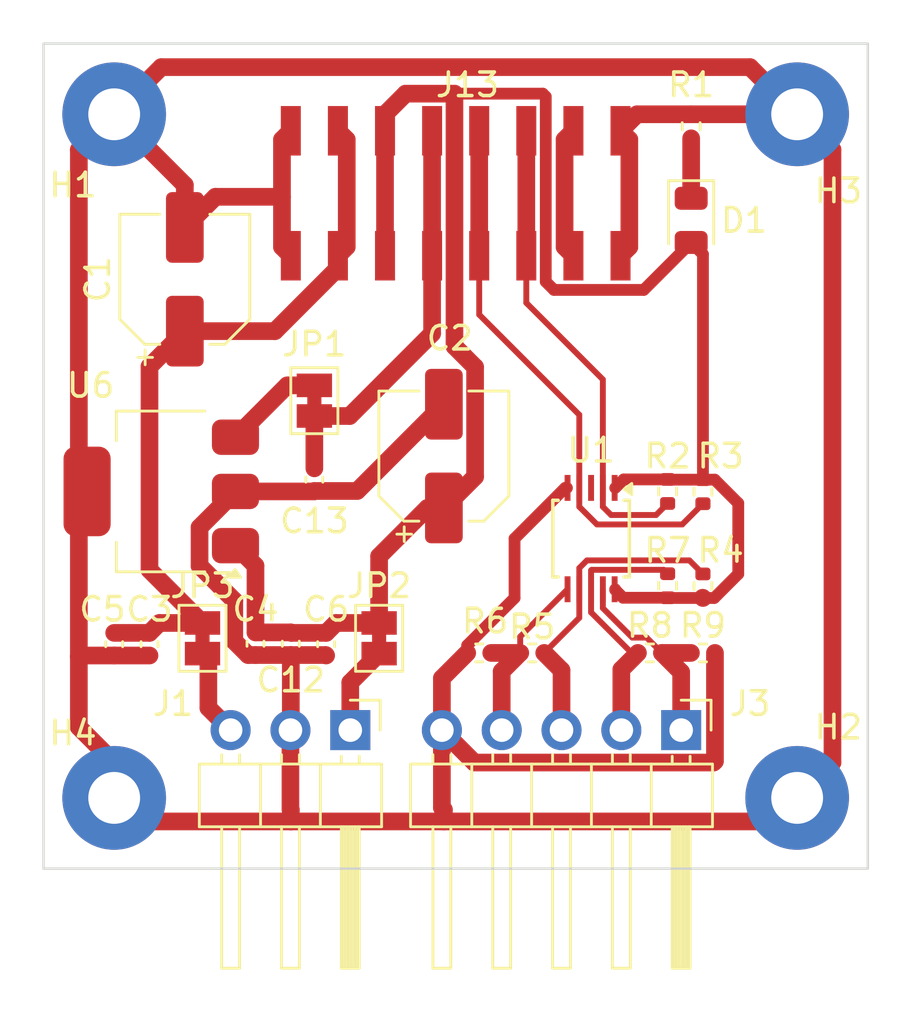
<source format=kicad_pcb>
(kicad_pcb (version 20240108) (generator "pcbnew") (generator_version "8.0")
  (layers (0 "F.Cu" signal) (31 "B.Cu" signal) (34 "B.Paste" user) (35 "F.Paste" user) (36 "B.SilkS" user "B.Silkscreen") (37 "F.SilkS" user "F.Silkscreen") (38 "B.Mask" user) (39 "F.Mask" user) (44 "Edge.Cuts" user))
  (net 0 "")
  (net 1 "GND")
  (net 2 "SDA")
  (net 3 "SCL")
  (net 4 "+3V3")
  (net 5 "+5V")
  (net 6 "Net-(J1-Pin_1)")
  (net 7 "Net-(J1-Pin_3)")
  (net 8 "+12V")
  (net 9 "IO3")
  (net 10 "Net-(D1-K)")
  (net 11 "DSDAM")
  (net 12 "DSCLP")
  (net 13 "DSCLM")
  (net 14 "DSDAP")
  (net 15 "Net-(JP1-A)")
  (footprint "MountingHole:MountingHole_2.2mm_M2_Pad_TopBottom" (layer "F.Cu") (at 132 132)
    (property "Reference" "H2" (at 1.75 -3 0) (layer "F.SilkS"))
    (property "Value" "MountingHole_Pad")
    (pad "1" thru_hole circle (at 0 0) (size 2.6 2.6) (drill 2.2) (layers "*.Cu" "*.Mask") (net 1 "GND"))
    (pad "1" connect circle (at 0 0) (size 4.4 4.4) (layers "F.Cu" "F.Mask") (net 1 "GND"))
    (pad "1" connect circle (at 0 0) (size 4.4 4.4) (layers "B.Cu" "B.Mask") (net 1 "GND"))
  )
  (footprint "Capacitor_SMD:C_0402_1005Metric" (layer "F.Cu") (at 110.5 125.46 -90)
    (property "Reference" "C12" (at 1.54 0 180) (layer "F.SilkS"))
    (property "Value" "4.7µF")
    (fp_line (start -0.107836 0.36) (end 0.107836 0.36) (stroke (width 0.12)) (layer "F.SilkS"))
    (fp_line (start -0.107836 -0.36) (end 0.107836 -0.36) (stroke (width 0.12)) (layer "F.SilkS"))
    (pad "1" smd roundrect (at -0.48 0 270) (size 0.56 0.62) (layers "F.Cu" "F.Paste" "F.Mask") (net 5 "+5V"))
    (pad "2" smd roundrect (at 0.48 0 270) (size 0.56 0.62) (layers "F.Cu" "F.Paste" "F.Mask") (net 1 "GND"))
  )
  (footprint "Package_SO:TSSOP-10_3x3mm_P0.5mm" (layer "F.Cu") (at 123.25 121 -90)
    (property "Reference" "U1" (at -3.75 0 180) (layer "F.SilkS"))
    (property "Value" "PCA9615DP")
    (fp_line (start -1.625 1.625) (end 1.625 1.625) (stroke (width 0.15)) (layer "F.SilkS"))
    (fp_line (start -1.625 1.625) (end -1.625 1.4) (stroke (width 0.15)) (layer "F.SilkS"))
    (fp_line (start 1.625 1.625) (end 1.625 1.4) (stroke (width 0.15)) (layer "F.SilkS"))
    (fp_line (start -1.625 -1.625) (end -1.625 -1.4) (stroke (width 0.15)) (layer "F.SilkS"))
    (fp_line (start -1.625 -1.625) (end 1.625 -1.625) (stroke (width 0.15)) (layer "F.SilkS"))
    (fp_line (start 1.625 -1.625) (end 1.625 -1.4) (stroke (width 0.15)) (layer "F.SilkS"))
    (fp_poly (pts (xy -2.1 -1.4) (xy -2.34 -1.73) (xy -1.86 -1.73) (xy -2.1 -1.4)) (stroke (width 0.12)) (fill solid) (layer "F.SilkS"))
    (pad "1" smd rect (at -2.15 -1 270) (size 1.1 0.25) (layers "F.Cu" "F.Paste" "F.Mask") (net 5 "+5V"))
    (pad "2" smd rect (at -2.15 -0.5 270) (size 1.1 0.25) (layers "F.Cu" "F.Paste" "F.Mask") (net 2 "SDA"))
    (pad "3" smd rect (at -2.15 0 270) (size 1.1 0.25) (layers "F.Cu" "F.Paste" "F.Mask"))
    (pad "4" smd rect (at -2.15 0.5 270) (size 1.1 0.25) (layers "F.Cu" "F.Paste" "F.Mask") (net 3 "SCL"))
    (pad "5" smd rect (at -2.15 1 270) (size 1.1 0.25) (layers "F.Cu" "F.Paste" "F.Mask") (net 1 "GND"))
    (pad "6" smd rect (at 2.15 1 270) (size 1.1 0.25) (layers "F.Cu" "F.Paste" "F.Mask") (net 13 "DSCLM"))
    (pad "7" smd rect (at 2.15 0.5 270) (size 1.1 0.25) (layers "F.Cu" "F.Paste" "F.Mask") (net 12 "DSCLP"))
    (pad "8" smd rect (at 2.15 0 270) (size 1.1 0.25) (layers "F.Cu" "F.Paste" "F.Mask") (net 14 "DSDAP"))
    (pad "9" smd rect (at 2.15 -0.5 270) (size 1.1 0.25) (layers "F.Cu" "F.Paste" "F.Mask") (net 11 "DSDAM"))
    (pad "10" smd rect (at 2.15 -1 270) (size 1.1 0.25) (layers "F.Cu" "F.Paste" "F.Mask") (net 5 "+5V"))
  )
  (footprint "Capacitor_SMD:CP_Elec_5x3" (layer "F.Cu") (at 117 117.5 90)
    (property "Reference" "C2" (at 5 0.25 180) (layer "F.SilkS"))
    (property "Value" "0.1µF")
    (fp_line (start 2.76 -2.76) (end 2.76 -1.06) (stroke (width 0.12)) (layer "F.SilkS"))
    (fp_line (start -1.695563 -2.76) (end 2.76 -2.76) (stroke (width 0.12)) (layer "F.SilkS"))
    (fp_line (start -3.3125 -1.9975) (end -3.3125 -1.3725) (stroke (width 0.12)) (layer "F.SilkS"))
    (fp_line (start -2.76 -1.695563) (end -1.695563 -2.76) (stroke (width 0.12)) (layer "F.SilkS"))
    (fp_line (start -2.76 -1.695563) (end -2.76 -1.06) (stroke (width 0.12)) (layer "F.SilkS"))
    (fp_line (start -3.625 -1.685) (end -3 -1.685) (stroke (width 0.12)) (layer "F.SilkS"))
    (fp_line (start -2.76 1.695563) (end -2.76 1.06) (stroke (width 0.12)) (layer "F.SilkS"))
    (fp_line (start -2.76 1.695563) (end -1.695563 2.76) (stroke (width 0.12)) (layer "F.SilkS"))
    (fp_line (start 2.76 2.76) (end 2.76 1.06) (stroke (width 0.12)) (layer "F.SilkS"))
    (fp_line (start -1.695563 2.76) (end 2.76 2.76) (stroke (width 0.12)) (layer "F.SilkS"))
    (pad "1" smd roundrect (at -2.2 0 90) (size 3 1.6) (layers "F.Cu" "F.Paste" "F.Mask") (roundrect_rratio 0.15625) (net 5 "+5V"))
    (pad "2" smd roundrect (at 2.2 0 90) (size 3 1.6) (layers "F.Cu" "F.Paste" "F.Mask") (roundrect_rratio 0.15625) (net 1 "GND"))
  )
  (footprint "Resistor_SMD:R_0402_1005Metric" (layer "F.Cu") (at 126.5 123 90)
    (property "Reference" "R7" (at 1.5 0 180) (layer "F.SilkS"))
    (property "Value" "600")
    (fp_line (start -0.153641 -0.38) (end 0.153641 -0.38) (stroke (width 0.12)) (layer "F.SilkS"))
    (fp_line (start -0.153641 0.38) (end 0.153641 0.38) (stroke (width 0.12)) (layer "F.SilkS"))
    (pad "1" smd roundrect (at -0.51 0 90) (size 0.54 0.64) (layers "F.Cu" "F.Paste" "F.Mask") (net 5 "+5V"))
    (pad "2" smd roundrect (at 0.51 0 90) (size 0.54 0.64) (layers "F.Cu" "F.Paste" "F.Mask") (net 14 "DSDAP"))
  )
  (footprint "Jumper:SolderJumper-2_P1.3mm_Bridged_Pad1.0x1.5mm" (layer "F.Cu") (at 106.75 125.23 90)
    (property "Reference" "JP3" (at 2.23 0 180) (layer "F.SilkS"))
    (property "Value" "MEASO")
    (fp_poly (pts (xy -0.25 -0.3) (xy 0.25 -0.3) (xy 0.25 0.3) (xy -0.25 0.3)) (fill solid) (layer "F.Cu"))
    (fp_line (start 1.4 -1) (end 1.4 1) (stroke (width 0.12)) (layer "F.SilkS"))
    (fp_line (start -1.4 -1) (end 1.4 -1) (stroke (width 0.12)) (layer "F.SilkS"))
    (fp_line (start 1.4 1) (end -1.4 1) (stroke (width 0.12)) (layer "F.SilkS"))
    (fp_line (start -1.4 1) (end -1.4 -1) (stroke (width 0.12)) (layer "F.SilkS"))
    (pad "1" smd rect (at -0.65 0 90) (size 1 1.5) (layers "F.Cu" "F.Mask") (net 7 "Net-(J1-Pin_3)"))
    (pad "2" smd rect (at 0.65 0 90) (size 1 1.5) (layers "F.Cu" "F.Mask") (net 8 "+12V"))
  )
  (footprint "Resistor_SMD:R_0402_1005Metric" (layer "F.Cu") (at 125.75 125.85)
    (property "Reference" "R8" (at 0 -1.17 0) (layer "F.SilkS"))
    (property "Value" "120")
    (fp_line (start -0.153641 -0.38) (end 0.153641 -0.38) (stroke (width 0.12)) (layer "F.SilkS"))
    (fp_line (start -0.153641 0.38) (end 0.153641 0.38) (stroke (width 0.12)) (layer "F.SilkS"))
    (pad "1" smd roundrect (at -0.51 0) (size 0.54 0.64) (layers "F.Cu" "F.Paste" "F.Mask") (net 14 "DSDAP"))
    (pad "2" smd roundrect (at 0.51 0) (size 0.54 0.64) (layers "F.Cu" "F.Paste" "F.Mask") (net 11 "DSDAM"))
  )
  (footprint "Connector_PinHeader_2.54mm:PinHeader_1x05_P2.54mm_Horizontal" (layer "F.Cu") (at 127.075 129.125 -90)
    (property "Reference" "J3" (at -1.125 -2.925 180) (layer "F.SilkS"))
    (property "Value" "DATA")
    (fp_line (start 1.44 11.49) (end 4.1 11.49) (stroke (width 0.12)) (layer "F.SilkS"))
    (fp_line (start 4.1 11.49) (end 4.1 -1.33) (stroke (width 0.12)) (layer "F.SilkS"))
    (fp_line (start 1.042929 10.54) (end 1.44 10.54) (stroke (width 0.12)) (layer "F.SilkS"))
    (fp_line (start 10.1 10.54) (end 4.1 10.54) (stroke (width 0.12)) (layer "F.SilkS"))
    (fp_line (start 1.042929 9.78) (end 1.44 9.78) (stroke (width 0.12)) (layer "F.SilkS"))
    (fp_line (start 4.1 9.78) (end 10.1 9.78) (stroke (width 0.12)) (layer "F.SilkS"))
    (fp_line (start 10.1 9.78) (end 10.1 10.54) (stroke (width 0.12)) (layer "F.SilkS"))
    (fp_line (start 1.44 8.89) (end 4.1 8.89) (stroke (width 0.12)) (layer "F.SilkS"))
    (fp_line (start 1.042929 8) (end 1.44 8) (stroke (width 0.12)) (layer "F.SilkS"))
    (fp_line (start 10.1 8) (end 4.1 8) (stroke (width 0.12)) (layer "F.SilkS"))
    (fp_line (start 1.042929 7.24) (end 1.44 7.24) (stroke (width 0.12)) (layer "F.SilkS"))
    (fp_line (start 4.1 7.24) (end 10.1 7.24) (stroke (width 0.12)) (layer "F.SilkS"))
    (fp_line (start 10.1 7.24) (end 10.1 8) (stroke (width 0.12)) (layer "F.SilkS"))
    (fp_line (start 1.44 6.35) (end 4.1 6.35) (stroke (width 0.12)) (layer "F.SilkS"))
    (fp_line (start 1.042929 5.46) (end 1.44 5.46) (stroke (width 0.12)) (layer "F.SilkS"))
    (fp_line (start 10.1 5.46) (end 4.1 5.46) (stroke (width 0.12)) (layer "F.SilkS"))
    (fp_line (start 1.042929 4.7) (end 1.44 4.7) (stroke (width 0.12)) (layer "F.SilkS"))
    (fp_line (start 4.1 4.7) (end 10.1 4.7) (stroke (width 0.12)) (layer "F.SilkS"))
    (fp_line (start 10.1 4.7) (end 10.1 5.46) (stroke (width 0.12)) (layer "F.SilkS"))
    (fp_line (start 1.44 3.81) (end 4.1 3.81) (stroke (width 0.12)) (layer "F.SilkS"))
    (fp_line (start 1.042929 2.92) (end 1.44 2.92) (stroke (width 0.12)) (layer "F.SilkS"))
    (fp_line (start 10.1 2.92) (end 4.1 2.92) (stroke (width 0.12)) (layer "F.SilkS"))
    (fp_line (start 1.042929 2.16) (end 1.44 2.16) (stroke (width 0.12)) (layer "F.SilkS"))
    (fp_line (start 4.1 2.16) (end 10.1 2.16) (stroke (width 0.12)) (layer "F.SilkS"))
    (fp_line (start 10.1 2.16) (end 10.1 2.92) (stroke (width 0.12)) (layer "F.SilkS"))
    (fp_line (start 1.44 1.27) (end 4.1 1.27) (stroke (width 0.12)) (layer "F.SilkS"))
    (fp_line (start 1.11 0.38) (end 1.44 0.38) (stroke (width 0.12)) (layer "F.SilkS"))
    (fp_line (start 10.1 0.38) (end 4.1 0.38) (stroke (width 0.12)) (layer "F.SilkS"))
    (fp_line (start 4.1 0.28) (end 10.1 0.28) (stroke (width 0.12)) (layer "F.SilkS"))
    (fp_line (start 4.1 0.16) (end 10.1 0.16) (stroke (width 0.12)) (layer "F.SilkS"))
    (fp_line (start 4.1 0.04) (end 10.1 0.04) (stroke (width 0.12)) (layer "F.SilkS"))
    (fp_line (start -1.27 0) (end -1.27 -1.27) (stroke (width 0.12)) (layer "F.SilkS"))
    (fp_line (start 4.1 -0.08) (end 10.1 -0.08) (stroke (width 0.12)) (layer "F.SilkS"))
    (fp_line (start 4.1 -0.2) (end 10.1 -0.2) (stroke (width 0.12)) (layer "F.SilkS"))
    (fp_line (start 4.1 -0.32) (end 10.1 -0.32) (stroke (width 0.12)) (layer "F.SilkS"))
    (fp_line (start 1.11 -0.38) (end 1.44 -0.38) (stroke (width 0.12)) (layer "F.SilkS"))
    (fp_line (start 4.1 -0.38) (end 10.1 -0.38) (stroke (width 0.12)) (layer "F.SilkS"))
    (fp_line (start 10.1 -0.38) (end 10.1 0.38) (stroke (width 0.12)) (layer "F.SilkS"))
    (fp_line (start -1.27 -1.27) (end 0 -1.27) (stroke (width 0.12)) (layer "F.SilkS"))
    (fp_line (start 1.44 -1.33) (end 1.44 11.49) (stroke (width 0.12)) (layer "F.SilkS"))
    (fp_line (start 4.1 -1.33) (end 1.44 -1.33) (stroke (width 0.12)) (layer "F.SilkS"))
    (pad "1" thru_hole rect (at 0 0 270) (size 1.7 1.7) (drill 1) (layers "*.Cu" "*.Mask") (net 11 "DSDAM"))
    (pad "2" thru_hole oval (at 0 2.54 270) (size 1.7 1.7) (drill 1) (layers "*.Cu" "*.Mask") (net 14 "DSDAP"))
    (pad "3" thru_hole oval (at 0 5.08 270) (size 1.7 1.7) (drill 1) (layers "*.Cu" "*.Mask") (net 12 "DSCLP"))
    (pad "4" thru_hole oval (at 0 7.62 270) (size 1.7 1.7) (drill 1) (layers "*.Cu" "*.Mask") (net 13 "DSCLM"))
    (pad "5" thru_hole oval (at 0 10.16 270) (size 1.7 1.7) (drill 1) (layers "*.Cu" "*.Mask") (net 1 "GND"))
  )
  (footprint "MountingHole:MountingHole_2.2mm_M2_Pad_TopBottom" (layer "F.Cu") (at 103 132)
    (property "Reference" "H4" (at -1.75 -2.75 0) (layer "F.SilkS"))
    (property "Value" "MountingHole_Pad")
    (pad "1" thru_hole circle (at 0 0) (size 2.6 2.6) (drill 2.2) (layers "*.Cu" "*.Mask") (net 1 "GND"))
    (pad "1" connect circle (at 0 0) (size 4.4 4.4) (layers "F.Cu" "F.Mask") (net 1 "GND"))
    (pad "1" connect circle (at 0 0) (size 4.4 4.4) (layers "B.Cu" "B.Mask") (net 1 "GND"))
  )
  (footprint "Capacitor_SMD:C_0402_1005Metric" (layer "F.Cu") (at 104.5 125.48 -90)
    (property "Reference" "C3" (at -1.48 0 180) (layer "F.SilkS"))
    (property "Value" "0.22µF")
    (fp_line (start -0.107836 0.36) (end 0.107836 0.36) (stroke (width 0.12)) (layer "F.SilkS"))
    (fp_line (start -0.107836 -0.36) (end 0.107836 -0.36) (stroke (width 0.12)) (layer "F.SilkS"))
    (pad "1" smd roundrect (at -0.48 0 270) (size 0.56 0.62) (layers "F.Cu" "F.Paste" "F.Mask") (net 8 "+12V"))
    (pad "2" smd roundrect (at 0.48 0 270) (size 0.56 0.62) (layers "F.Cu" "F.Paste" "F.Mask") (net 1 "GND"))
  )
  (footprint "Jumper:SolderJumper-2_P1.3mm_Bridged_Pad1.0x1.5mm" (layer "F.Cu") (at 111.5 115.15 -90)
    (property "Reference" "JP1" (at -2.4 0 0) (layer "F.SilkS"))
    (property "Value" "MEASO")
    (fp_poly (pts (xy -0.25 -0.3) (xy 0.25 -0.3) (xy 0.25 0.3) (xy -0.25 0.3)) (fill solid) (layer "F.Cu"))
    (fp_line (start -1.4 1) (end -1.4 -1) (stroke (width 0.12)) (layer "F.SilkS"))
    (fp_line (start 1.4 1) (end -1.4 1) (stroke (width 0.12)) (layer "F.SilkS"))
    (fp_line (start -1.4 -1) (end 1.4 -1) (stroke (width 0.12)) (layer "F.SilkS"))
    (fp_line (start 1.4 -1) (end 1.4 1) (stroke (width 0.12)) (layer "F.SilkS"))
    (pad "1" smd rect (at -0.65 0 270) (size 1 1.5) (layers "F.Cu" "F.Mask") (net 15 "Net-(JP1-A)"))
    (pad "2" smd rect (at 0.65 0 270) (size 1 1.5) (layers "F.Cu" "F.Mask") (net 4 "+3V3"))
  )
  (footprint "Capacitor_SMD:C_0402_1005Metric" (layer "F.Cu") (at 112 125.48 -90)
    (property "Reference" "C6" (at -1.48 0 180) (layer "F.SilkS"))
    (property "Value" "0.1µF")
    (fp_line (start -0.107836 0.36) (end 0.107836 0.36) (stroke (width 0.12)) (layer "F.SilkS"))
    (fp_line (start -0.107836 -0.36) (end 0.107836 -0.36) (stroke (width 0.12)) (layer "F.SilkS"))
    (pad "1" smd roundrect (at -0.48 0 270) (size 0.56 0.62) (layers "F.Cu" "F.Paste" "F.Mask") (net 5 "+5V"))
    (pad "2" smd roundrect (at 0.48 0 270) (size 0.56 0.62) (layers "F.Cu" "F.Paste" "F.Mask") (net 1 "GND"))
  )
  (footprint "Resistor_SMD:R_0402_1005Metric" (layer "F.Cu") (at 128 119.01 -90)
    (property "Reference" "R3" (at -1.51 -0.75 180) (layer "F.SilkS"))
    (property "Value" "4k7")
    (fp_line (start -0.153641 0.38) (end 0.153641 0.38) (stroke (width 0.12)) (layer "F.SilkS"))
    (fp_line (start -0.153641 -0.38) (end 0.153641 -0.38) (stroke (width 0.12)) (layer "F.SilkS"))
    (pad "1" smd roundrect (at -0.51 0 270) (size 0.54 0.64) (layers "F.Cu" "F.Paste" "F.Mask") (net 5 "+5V"))
    (pad "2" smd roundrect (at 0.51 0 270) (size 0.54 0.64) (layers "F.Cu" "F.Paste" "F.Mask") (net 3 "SCL"))
  )
  (footprint "Connector_PinHeader_2.54mm:PinHeader_1x03_P2.54mm_Horizontal" (layer "F.Cu") (at 113.025 129.125 -90)
    (property "Reference" "J1" (at -1.125 7.525 180) (layer "F.SilkS"))
    (property "Value" "Power")
    (fp_line (start 1.44 6.41) (end 4.1 6.41) (stroke (width 0.12)) (layer "F.SilkS"))
    (fp_line (start 4.1 6.41) (end 4.1 -1.33) (stroke (width 0.12)) (layer "F.SilkS"))
    (fp_line (start 1.042929 5.46) (end 1.44 5.46) (stroke (width 0.12)) (layer "F.SilkS"))
    (fp_line (start 10.1 5.46) (end 4.1 5.46) (stroke (width 0.12)) (layer "F.SilkS"))
    (fp_line (start 1.042929 4.7) (end 1.44 4.7) (stroke (width 0.12)) (layer "F.SilkS"))
    (fp_line (start 4.1 4.7) (end 10.1 4.7) (stroke (width 0.12)) (layer "F.SilkS"))
    (fp_line (start 10.1 4.7) (end 10.1 5.46) (stroke (width 0.12)) (layer "F.SilkS"))
    (fp_line (start 1.44 3.81) (end 4.1 3.81) (stroke (width 0.12)) (layer "F.SilkS"))
    (fp_line (start 1.042929 2.92) (end 1.44 2.92) (stroke (width 0.12)) (layer "F.SilkS"))
    (fp_line (start 10.1 2.92) (end 4.1 2.92) (stroke (width 0.12)) (layer "F.SilkS"))
    (fp_line (start 1.042929 2.16) (end 1.44 2.16) (stroke (width 0.12)) (layer "F.SilkS"))
    (fp_line (start 4.1 2.16) (end 10.1 2.16) (stroke (width 0.12)) (layer "F.SilkS"))
    (fp_line (start 10.1 2.16) (end 10.1 2.92) (stroke (width 0.12)) (layer "F.SilkS"))
    (fp_line (start 1.44 1.27) (end 4.1 1.27) (stroke (width 0.12)) (layer "F.SilkS"))
    (fp_line (start 1.11 0.38) (end 1.44 0.38) (stroke (width 0.12)) (layer "F.SilkS"))
    (fp_line (start 10.1 0.38) (end 4.1 0.38) (stroke (width 0.12)) (layer "F.SilkS"))
    (fp_line (start 4.1 0.28) (end 10.1 0.28) (stroke (width 0.12)) (layer "F.SilkS"))
    (fp_line (start 4.1 0.16) (end 10.1 0.16) (stroke (width 0.12)) (layer "F.SilkS"))
    (fp_line (start 4.1 0.04) (end 10.1 0.04) (stroke (width 0.12)) (layer "F.SilkS"))
    (fp_line (start -1.27 0) (end -1.27 -1.27) (stroke (width 0.12)) (layer "F.SilkS"))
    (fp_line (start 4.1 -0.08) (end 10.1 -0.08) (stroke (width 0.12)) (layer "F.SilkS"))
    (fp_line (start 4.1 -0.2) (end 10.1 -0.2) (stroke (width 0.12)) (layer "F.SilkS"))
    (fp_line (start 4.1 -0.32) (end 10.1 -0.32) (stroke (width 0.12)) (layer "F.SilkS"))
    (fp_line (start 1.11 -0.38) (end 1.44 -0.38) (stroke (width 0.12)) (layer "F.SilkS"))
    (fp_line (start 4.1 -0.38) (end 10.1 -0.38) (stroke (width 0.12)) (layer "F.SilkS"))
    (fp_line (start 10.1 -0.38) (end 10.1 0.38) (stroke (width 0.12)) (layer "F.SilkS"))
    (fp_line (start -1.27 -1.27) (end 0 -1.27) (stroke (width 0.12)) (layer "F.SilkS"))
    (fp_line (start 1.44 -1.33) (end 1.44 6.41) (stroke (width 0.12)) (layer "F.SilkS"))
    (fp_line (start 4.1 -1.33) (end 1.44 -1.33) (stroke (width 0.12)) (layer "F.SilkS"))
    (pad "1" thru_hole rect (at 0 0 270) (size 1.7 1.7) (drill 1) (layers "*.Cu" "*.Mask") (net 6 "Net-(J1-Pin_1)"))
    (pad "2" thru_hole oval (at 0 2.54 270) (size 1.7 1.7) (drill 1) (layers "*.Cu" "*.Mask") (net 1 "GND"))
    (pad "3" thru_hole oval (at 0 5.08 270) (size 1.7 1.7) (drill 1) (layers "*.Cu" "*.Mask") (net 7 "Net-(J1-Pin_3)"))
  )
  (footprint "Resistor_SMD:R_0402_1005Metric" (layer "F.Cu") (at 127.5 103.51 90)
    (property "Reference" "R1" (at 1.76 0 180) (layer "F.SilkS"))
    (property "Value" "1k")
    (fp_line (start -0.153641 -0.38) (end 0.153641 -0.38) (stroke (width 0.12)) (layer "F.SilkS"))
    (fp_line (start -0.153641 0.38) (end 0.153641 0.38) (stroke (width 0.12)) (layer "F.SilkS"))
    (pad "1" smd roundrect (at -0.51 0 90) (size 0.54 0.64) (layers "F.Cu" "F.Paste" "F.Mask") (net 10 "Net-(D1-K)"))
    (pad "2" smd roundrect (at 0.51 0 90) (size 0.54 0.64) (layers "F.Cu" "F.Paste" "F.Mask") (net 1 "GND"))
  )
  (footprint "Capacitor_SMD:CP_Elec_5x3" (layer "F.Cu") (at 106 110 90)
    (property "Reference" "C1" (at 0 -3.7 90) (layer "F.SilkS"))
    (property "Value" "0.1µF")
    (fp_line (start 2.76 -2.76) (end 2.76 -1.06) (stroke (width 0.12)) (layer "F.SilkS"))
    (fp_line (start -1.695563 -2.76) (end 2.76 -2.76) (stroke (width 0.12)) (layer "F.SilkS"))
    (fp_line (start -3.3125 -1.9975) (end -3.3125 -1.3725) (stroke (width 0.12)) (layer "F.SilkS"))
    (fp_line (start -2.76 -1.695563) (end -1.695563 -2.76) (stroke (width 0.12)) (layer "F.SilkS"))
    (fp_line (start -2.76 -1.695563) (end -2.76 -1.06) (stroke (width 0.12)) (layer "F.SilkS"))
    (fp_line (start -3.625 -1.685) (end -3 -1.685) (stroke (width 0.12)) (layer "F.SilkS"))
    (fp_line (start -2.76 1.695563) (end -2.76 1.06) (stroke (width 0.12)) (layer "F.SilkS"))
    (fp_line (start -2.76 1.695563) (end -1.695563 2.76) (stroke (width 0.12)) (layer "F.SilkS"))
    (fp_line (start 2.76 2.76) (end 2.76 1.06) (stroke (width 0.12)) (layer "F.SilkS"))
    (fp_line (start -1.695563 2.76) (end 2.76 2.76) (stroke (width 0.12)) (layer "F.SilkS"))
    (pad "1" smd roundrect (at -2.2 0 90) (size 3 1.6) (layers "F.Cu" "F.Paste" "F.Mask") (roundrect_rratio 0.15625) (net 8 "+12V"))
    (pad "2" smd roundrect (at 2.2 0 90) (size 3 1.6) (layers "F.Cu" "F.Paste" "F.Mask") (roundrect_rratio 0.15625) (net 1 "GND"))
  )
  (footprint "CustomFotLibByJan:BF100-16-A-D-1-0640-L-C" (layer "F.Cu") (at 110.5 109 90)
    (property "Reference" "J13" (at 7.25 7.5 0) (layer "F.SilkS"))
    (property "Value" "Steckverbinder_Male_1")
    (pad "" np_thru_hole circle (at 2.65 1 90) (size 0.5 0.5) (drill 1.5) (layers "F&B.Cu" "*.Mask"))
    (pad "" np_thru_hole circle (at 2.65 13 90) (size 0.5 0.5) (drill 1.5) (layers "F&B.Cu" "*.Mask"))
    (pad "a1" smd rect (at 0 0 90) (size 2.1 0.85) (layers "F.Cu" "F.Paste" "F.Mask") (net 1 "GND"))
    (pad "a2" smd rect (at 0 2 90) (size 2.1 0.85) (layers "F.Cu" "F.Paste" "F.Mask") (net 8 "+12V"))
    (pad "a3" smd rect (at 0 4 90) (size 2.1 0.85) (layers "F.Cu" "F.Paste" "F.Mask") (net 5 "+5V"))
    (pad "a4" smd rect (at 0 6 90) (size 2.1 0.85) (layers "F.Cu" "F.Paste" "F.Mask") (net 4 "+3V3"))
    (pad "a5" smd rect (at 0 8 90) (size 2.1 0.85) (layers "F.Cu" "F.Paste" "F.Mask") (net 3 "SCL"))
    (pad "a6" smd rect (at 0 10 90) (size 2.1 0.85) (layers "F.Cu" "F.Paste" "F.Mask") (net 2 "SDA"))
    (pad "a7" smd rect (at 0 12 90) (size 2.1 0.85) (layers "F.Cu" "F.Paste" "F.Mask") (net 9 "IO3"))
    (pad "a8" smd rect (at 0 14 90) (size 2.1 0.85) (layers "F.Cu" "F.Paste" "F.Mask") (net 1 "GND"))
    (pad "b1" smd rect (at 5.3 0 90) (size 2.1 0.85) (layers "F.Cu" "F.Paste" "F.Mask") (net 1 "GND"))
    (pad "b2" smd rect (at 5.3 2 90) (size 2.1 0.85) (layers "F.Cu" "F.Paste" "F.Mask") (net 8 "+12V"))
    (pad "b3" smd rect (at 5.3 4 90) (size 2.1 0.85) (layers "F.Cu" "F.Paste" "F.Mask") (net 5 "+5V"))
    (pad "b4" smd rect (at 5.3 6 90) (size 2.1 0.85) (layers "F.Cu" "F.Paste" "F.Mask") (net 4 "+3V3"))
    (pad "b5" smd rect (at 5.3 8 90) (size 2.1 0.85) (layers "F.Cu" "F.Paste" "F.Mask") (net 3 "SCL"))
    (pad "b6" smd rect (at 5.3 10 90) (size 2.1 0.85) (layers "F.Cu" "F.Paste" "F.Mask") (net 2 "SDA"))
    (pad "b7" smd rect (at 5.3 12 90) (size 2.1 0.85) (layers "F.Cu" "F.Paste" "F.Mask") (net 9 "IO3"))
    (pad "b8" smd rect (at 5.3 14 90) (size 2.1 0.85) (layers "F.Cu" "F.Paste" "F.Mask") (net 1 "GND"))
  )
  (footprint "Capacitor_SMD:C_0402_1005Metric" (layer "F.Cu") (at 111.5 118.5 -90)
    (property "Reference" "C13" (at 1.75 0 180) (layer "F.SilkS"))
    (property "Value" "4.7µF")
    (fp_line (start -0.107836 0.36) (end 0.107836 0.36) (stroke (width 0.12)) (layer "F.SilkS"))
    (fp_line (start -0.107836 -0.36) (end 0.107836 -0.36) (stroke (width 0.12)) (layer "F.SilkS"))
    (pad "1" smd roundrect (at -0.48 0 270) (size 0.56 0.62) (layers "F.Cu" "F.Paste" "F.Mask") (net 4 "+3V3"))
    (pad "2" smd roundrect (at 0.48 0 270) (size 0.56 0.62) (layers "F.Cu" "F.Paste" "F.Mask") (net 1 "GND"))
  )
  (footprint "Resistor_SMD:R_0402_1005Metric" (layer "F.Cu") (at 126.5 119 -90)
    (property "Reference" "R2" (at -1.5 0 180) (layer "F.SilkS"))
    (property "Value" "4k7")
    (fp_line (start -0.153641 0.38) (end 0.153641 0.38) (stroke (width 0.12)) (layer "F.SilkS"))
    (fp_line (start -0.153641 -0.38) (end 0.153641 -0.38) (stroke (width 0.12)) (layer "F.SilkS"))
    (pad "1" smd roundrect (at -0.51 0 270) (size 0.54 0.64) (layers "F.Cu" "F.Paste" "F.Mask") (net 5 "+5V"))
    (pad "2" smd roundrect (at 0.51 0 270) (size 0.54 0.64) (layers "F.Cu" "F.Paste" "F.Mask") (net 2 "SDA"))
  )
  (footprint "Capacitor_SMD:C_0402_1005Metric" (layer "F.Cu") (at 103 125.48 -90)
    (property "Reference" "C5" (at -1.48 0.5 180) (layer "F.SilkS"))
    (property "Value" "0.1µF")
    (fp_line (start -0.107836 0.36) (end 0.107836 0.36) (stroke (width 0.12)) (layer "F.SilkS"))
    (fp_line (start -0.107836 -0.36) (end 0.107836 -0.36) (stroke (width 0.12)) (layer "F.SilkS"))
    (pad "1" smd roundrect (at -0.48 0 270) (size 0.56 0.62) (layers "F.Cu" "F.Paste" "F.Mask") (net 8 "+12V"))
    (pad "2" smd roundrect (at 0.48 0 270) (size 0.56 0.62) (layers "F.Cu" "F.Paste" "F.Mask") (net 1 "GND"))
  )
  (footprint "MountingHole:MountingHole_2.2mm_M2_Pad_TopBottom" (layer "F.Cu") (at 103 103)
    (property "Reference" "H1" (at -1.75 3 0) (layer "F.SilkS"))
    (property "Value" "MountingHole_Pad")
    (pad "1" thru_hole circle (at 0 0) (size 2.6 2.6) (drill 2.2) (layers "*.Cu" "*.Mask") (net 1 "GND"))
    (pad "1" connect circle (at 0 0) (size 4.4 4.4) (layers "F.Cu" "F.Mask") (net 1 "GND"))
    (pad "1" connect circle (at 0 0) (size 4.4 4.4) (layers "B.Cu" "B.Mask") (net 1 "GND"))
  )
  (footprint "Resistor_SMD:R_0402_1005Metric" (layer "F.Cu") (at 118.5 125.85 180)
    (property "Reference" "R6" (at -0.25 1.35 0) (layer "F.SilkS"))
    (property "Value" "600")
    (fp_line (start -0.153641 0.38) (end 0.153641 0.38) (stroke (width 0.12)) (layer "F.SilkS"))
    (fp_line (start -0.153641 -0.38) (end 0.153641 -0.38) (stroke (width 0.12)) (layer "F.SilkS"))
    (pad "1" smd roundrect (at -0.51 0 180) (size 0.54 0.64) (layers "F.Cu" "F.Paste" "F.Mask") (net 13 "DSCLM"))
    (pad "2" smd roundrect (at 0.51 0 180) (size 0.54 0.64) (layers "F.Cu" "F.Paste" "F.Mask") (net 1 "GND"))
  )
  (footprint "Package_TO_SOT_SMD:SOT-223-3_TabPin2" (layer "F.Cu") (at 105 119 180)
    (property "Reference" "U6" (at 3 4.5 180) (layer "F.SilkS"))
    (property "Value" "AP7361C-33E")
    (fp_line (start 1.91 3.41) (end 1.91 2.15) (stroke (width 0.12)) (layer "F.SilkS"))
    (fp_line (start 1.91 -3.41) (end 1.91 -2.15) (stroke (width 0.12)) (layer "F.SilkS"))
    (fp_line (start -1.85 3.41) (end 1.91 3.41) (stroke (width 0.12)) (layer "F.SilkS"))
    (fp_line (start -1.85 -3.41) (end 1.91 -3.41) (stroke (width 0.12)) (layer "F.SilkS"))
    (fp_poly (pts (xy -3.13 -3.31) (xy -3.37 -3.64) (xy -2.89 -3.64) (xy -3.13 -3.31)) (stroke (width 0.12)) (fill solid) (layer "F.SilkS"))
    (pad "1" smd roundrect (at -3.15 -2.3 180) (size 2 1.5) (layers "F.Cu" "F.Paste" "F.Mask") (net 5 "+5V"))
    (pad "2" smd roundrect (at -3.15 0 180) (size 2 1.5) (layers "F.Cu" "F.Paste" "F.Mask") (net 1 "GND"))
    (pad "2" smd roundrect (at 3.15 0 180) (size 2 3.8) (layers "F.Cu" "F.Paste" "F.Mask") (net 1 "GND"))
    (pad "3" smd roundrect (at -3.15 2.3 180) (size 2 1.5) (layers "F.Cu" "F.Paste" "F.Mask") (net 15 "Net-(JP1-A)"))
  )
  (footprint "Resistor_SMD:R_0402_1005Metric" (layer "F.Cu") (at 128 123.01 90)
    (property "Reference" "R4" (at 1.51 0.75 180) (layer "F.SilkS"))
    (property "Value" "600")
    (fp_line (start -0.153641 -0.38) (end 0.153641 -0.38) (stroke (width 0.12)) (layer "F.SilkS"))
    (fp_line (start -0.153641 0.38) (end 0.153641 0.38) (stroke (width 0.12)) (layer "F.SilkS"))
    (pad "1" smd roundrect (at -0.51 0 90) (size 0.54 0.64) (layers "F.Cu" "F.Paste" "F.Mask") (net 5 "+5V"))
    (pad "2" smd roundrect (at 0.51 0 90) (size 0.54 0.64) (layers "F.Cu" "F.Paste" "F.Mask") (net 12 "DSCLP"))
  )
  (footprint "Jumper:SolderJumper-2_P1.3mm_Bridged_Pad1.0x1.5mm" (layer "F.Cu") (at 114.25 125.23 90)
    (property "Reference" "JP2" (at 2.23 0 180) (layer "F.SilkS"))
    (property "Value" "MEASO")
    (fp_poly (pts (xy -0.25 -0.3) (xy 0.25 -0.3) (xy 0.25 0.3) (xy -0.25 0.3)) (fill solid) (layer "F.Cu"))
    (fp_line (start 1.4 -1) (end 1.4 1) (stroke (width 0.12)) (layer "F.SilkS"))
    (fp_line (start -1.4 -1) (end 1.4 -1) (stroke (width 0.12)) (layer "F.SilkS"))
    (fp_line (start 1.4 1) (end -1.4 1) (stroke (width 0.12)) (layer "F.SilkS"))
    (fp_line (start -1.4 1) (end -1.4 -1) (stroke (width 0.12)) (layer "F.SilkS"))
    (pad "1" smd rect (at -0.65 0 90) (size 1 1.5) (layers "F.Cu" "F.Mask") (net 6 "Net-(J1-Pin_1)"))
    (pad "2" smd rect (at 0.65 0 90) (size 1 1.5) (layers "F.Cu" "F.Mask") (net 5 "+5V"))
  )
  (footprint "MountingHole:MountingHole_2.2mm_M2_Pad_TopBottom" (layer "F.Cu") (at 132 103)
    (property "Reference" "H3" (at 1.75 3.25 0) (layer "F.SilkS"))
    (property "Value" "MountingHole_Pad")
    (pad "1" thru_hole circle (at 0 0) (size 2.6 2.6) (drill 2.2) (layers "*.Cu" "*.Mask") (net 1 "GND"))
    (pad "1" connect circle (at 0 0) (size 4.4 4.4) (layers "F.Cu" "F.Mask") (net 1 "GND"))
    (pad "1" connect circle (at 0 0) (size 4.4 4.4) (layers "B.Cu" "B.Mask") (net 1 "GND"))
  )
  (footprint "LED_SMD:LED_0805_2012Metric" (layer "F.Cu") (at 127.5 107.5 -90)
    (property "Reference" "D1" (at 0 -2.25 180) (layer "F.SilkS"))
    (property "Value" "GREEN")
    (fp_line (start -1.685 0.96) (end 1 0.96) (stroke (width 0.12)) (layer "F.SilkS"))
    (fp_line (start -1.685 -0.96) (end -1.685 0.96) (stroke (width 0.12)) (layer "F.SilkS"))
    (fp_line (start 1 -0.96) (end -1.685 -0.96) (stroke (width 0.12)) (layer "F.SilkS"))
    (pad "1" smd roundrect (at -0.9375 0 270) (size 0.975 1.4) (layers "F.Cu" "F.Paste" "F.Mask") (net 10 "Net-(D1-K)"))
    (pad "2" smd roundrect (at 0.9375 0 270) (size 0.975 1.4) (layers "F.Cu" "F.Paste" "F.Mask") (net 5 "+5V"))
  )
  (footprint "Capacitor_SMD:C_0402_1005Metric" (layer "F.Cu") (at 109 125.46 -90)
    (property "Reference" "C4" (at -1.46 0 180) (layer "F.SilkS"))
    (property "Value" "0.22µF")
    (fp_line (start -0.107836 0.36) (end 0.107836 0.36) (stroke (width 0.12)) (layer "F.SilkS"))
    (fp_line (start -0.107836 -0.36) (end 0.107836 -0.36) (stroke (width 0.12)) (layer "F.SilkS"))
    (pad "1" smd roundrect (at -0.48 0 270) (size 0.56 0.62) (layers "F.Cu" "F.Paste" "F.Mask") (net 5 "+5V"))
    (pad "2" smd roundrect (at 0.48 0 270) (size 0.56 0.62) (layers "F.Cu" "F.Paste" "F.Mask") (net 1 "GND"))
  )
  (footprint "Resistor_SMD:R_0402_1005Metric" (layer "F.Cu") (at 120.75 125.85 180)
    (property "Reference" "R5" (at 0 1.1 0) (layer "F.SilkS"))
    (property "Value" "120")
    (fp_line (start -0.153641 0.38) (end 0.153641 0.38) (stroke (width 0.12)) (layer "F.SilkS"))
    (fp_line (start -0.153641 -0.38) (end 0.153641 -0.38) (stroke (width 0.12)) (layer "F.SilkS"))
    (pad "1" smd roundrect (at -0.51 0 180) (size 0.54 0.64) (layers "F.Cu" "F.Paste" "F.Mask") (net 12 "DSCLP"))
    (pad "2" smd roundrect (at 0.51 0 180) (size 0.54 0.64) (layers "F.Cu" "F.Paste" "F.Mask") (net 13 "DSCLM"))
  )
  (footprint "Resistor_SMD:R_0402_1005Metric" (layer "F.Cu") (at 128 125.85)
    (property "Reference" "R9" (at 0 -1.17 0) (layer "F.SilkS"))
    (property "Value" "600")
    (fp_line (start -0.153641 -0.38) (end 0.153641 -0.38) (stroke (width 0.12)) (layer "F.SilkS"))
    (fp_line (start -0.153641 0.38) (end 0.153641 0.38) (stroke (width 0.12)) (layer "F.SilkS"))
    (pad "1" smd roundrect (at -0.51 0) (size 0.54 0.64) (layers "F.Cu" "F.Paste" "F.Mask") (net 11 "DSDAM"))
    (pad "2" smd roundrect (at 0.51 0) (size 0.54 0.64) (layers "F.Cu" "F.Paste" "F.Mask") (net 1 "GND"))
  )
  (gr_rect (start 100 100) (end 135 135) (stroke (width 0.1)) (fill none) (layer "Edge.Cuts"))
  (segment (start 110.485 132.485) (end 110.485 129.125) (width 0.75) (layer "F.Cu") (net 1))
  (segment (start 124.5 109) (end 124.875 108.625) (width 0.75) (layer "F.Cu") (net 1))
  (segment (start 122.15 118.85) (end 122.225 118.85) (width 0.5) (layer "F.Cu") (net 1))
  (segment (start 116.915 129.125) (end 118.29 130.5) (width 0.75) (layer "F.Cu") (net 1))
  (segment (start 106 107.8) (end 106 106) (width 0.75) (layer "F.Cu") (net 1))
  (segment (start 106.625 120.525) (end 106.625 122.155) (width 0.75) (layer "F.Cu") (net 1))
  (segment (start 132 103) (end 133.5 104.5) (width 0.75) (layer "F.Cu") (net 1))
  (segment (start 117 132.5) (end 116.915 132.415) (width 0.75) (layer "F.Cu") (net 1))
  (segment (start 110.5 109) (end 110.125 108.625) (width 0.75) (layer "F.Cu") (net 1))
  (segment (start 110.5 133) (end 104 133) (width 0.75) (layer "F.Cu") (net 1))
  (segment (start 103 132) (end 103 130.5) (width 0.75) (layer "F.Cu") (net 1))
  (segment (start 110 128.64) (end 110.485 129.125) (width 0.25) (layer "F.Cu") (net 1))
  (segment (start 117.99 125.85) (end 117.99 125.530001) (width 0.5) (layer "F.Cu") (net 1))
  (segment (start 113.32 118.98) (end 111.5 118.98) (width 0.75) (layer "F.Cu") (net 1))
  (segment (start 116.915 126.925) (end 117.99 125.85) (width 0.75) (layer "F.Cu") (net 1))
  (segment (start 106 106) (end 103 103) (width 0.75) (layer "F.Cu") (net 1))
  (segment (start 127.5 103) (end 125.2 103) (width 0.75) (layer "F.Cu") (net 1))
  (segment (start 101.5 126) (end 101.5 104.5) (width 0.75) (layer "F.Cu") (net 1))
  (segment (start 108.1 125.352792) (end 108.687208 125.94) (width 0.75) (layer "F.Cu") (net 1))
  (segment (start 117.99 125.530001) (end 120 123.520001) (width 0.5) (layer "F.Cu") (net 1))
  (segment (start 108.687208 125.94) (end 109 125.94) (width 0.75) (layer "F.Cu") (net 1))
  (segment (start 107.3 106.5) (end 110.125 106.5) (width 0.75) (layer "F.Cu") (net 1))
  (segment (start 133.5 104.5) (end 133.5 130.5) (width 0.75) (layer "F.Cu") (net 1))
  (segment (start 101.5 129) (end 101.5 126) (width 0.75) (layer "F.Cu") (net 1))
  (segment (start 120 121) (end 122.15 118.85) (width 0.5) (layer "F.Cu") (net 1))
  (segment (start 133.5 130.5) (end 132 132) (width 0.75) (layer "F.Cu") (net 1))
  (segment (start 116.915 129.125) (end 116.915 126.925) (width 0.75) (layer "F.Cu") (net 1))
  (segment (start 108.15 119) (end 111.48 119) (width 0.75) (layer "F.Cu") (net 1))
  (segment (start 110.125 106.5) (end 110.125 104.075) (width 0.75) (layer "F.Cu") (net 1))
  (segment (start 131 133) (end 117 133) (width 0.75) (layer "F.Cu") (net 1))
  (segment (start 128.51 130.44) (end 128.51 125.85) (width 0.75) (layer "F.Cu") (net 1))
  (segment (start 110.125 104.075) (end 110.5 103.7) (width 0.75) (layer "F.Cu") (net 1))
  (segment (start 111.48 119) (end 111.5 118.98) (width 0.75) (layer "F.Cu") (net 1))
  (segment (start 104.5 125.96) (end 103 125.96) (width 0.75) (layer "F.Cu") (net 1))
  (segment (start 124.875 104.075) (end 124.5 103.7) (width 0.75) (layer "F.Cu") (net 1))
  (segment (start 103 103) (end 105 101) (width 0.75) (layer "F.Cu") (net 1))
  (segment (start 130 101) (end 132 103) (width 0.75) (layer "F.Cu") (net 1))
  (segment (start 108.1 123.63) (end 108.1 125.352792) (width 0.75) (layer "F.Cu") (net 1))
  (segment (start 127.5 103) (end 132 103) (width 0.75) (layer "F.Cu") (net 1))
  (segment (start 108.15 119) (end 106.625 120.525) (width 0.75) (layer "F.Cu") (net 1))
  (segment (start 103 125.96) (end 101.54 125.96) (width 0.75) (layer "F.Cu") (net 1))
  (segment (start 110.5 132.5) (end 110.485 132.485) (width 0.75) (layer "F.Cu") (net 1))
  (segment (start 109 125.94) (end 110.5 125.94) (width 0.75) (layer "F.Cu") (net 1))
  (segment (start 105 101) (end 130 101) (width 0.75) (layer "F.Cu") (net 1))
  (segment (start 110.125 108.625) (end 110.125 106.5) (width 0.75) (layer "F.Cu") (net 1))
  (segment (start 118.29 130.5) (end 128.45 130.5) (width 0.75) (layer "F.Cu") (net 1))
  (segment (start 110.5 133) (end 110.5 132.5) (width 0.75) (layer "F.Cu") (net 1))
  (segment (start 132 132) (end 131 133) (width 0.75) (layer "F.Cu") (net 1))
  (segment (start 110.5 125.94) (end 111.98 125.94) (width 0.75) (layer "F.Cu") (net 1))
  (segment (start 101.5 104.5) (end 103 103) (width 0.75) (layer "F.Cu") (net 1))
  (segment (start 117 133) (end 117 132.5) (width 0.75) (layer "F.Cu") (net 1))
  (segment (start 104 133) (end 103 132) (width 0.75) (layer "F.Cu") (net 1))
  (segment (start 120 123.520001) (end 120 121) (width 0.5) (layer "F.Cu") (net 1))
  (segment (start 106.625 122.155) (end 108.1 123.63) (width 0.75) (layer "F.Cu") (net 1))
  (segment (start 110.5 129.11) (end 110.485 129.125) (width 0.75) (layer "F.Cu") (net 1))
  (segment (start 116.915 132.415) (end 116.915 129.125) (width 0.75) (layer "F.Cu") (net 1))
  (segment (start 111.98 125.94) (end 112 125.96) (width 0.75) (layer "F.Cu") (net 1))
  (segment (start 101.54 125.96) (end 101.5 126) (width 0.75) (layer "F.Cu") (net 1))
  (segment (start 124.875 108.625) (end 124.875 104.075) (width 0.75) (layer "F.Cu") (net 1))
  (segment (start 128.45 130.5) (end 128.51 130.44) (width 0.75) (layer "F.Cu") (net 1))
  (segment (start 125.2 103) (end 124.5 103.7) (width 0.75) (layer "F.Cu") (net 1))
  (segment (start 110.5 125.94) (end 110.5 129.11) (width 0.75) (layer "F.Cu") (net 1))
  (segment (start 117 115.3) (end 113.32 118.98) (width 0.75) (layer "F.Cu") (net 1))
  (segment (start 117 133) (end 110.5 133) (width 0.75) (layer "F.Cu") (net 1))
  (segment (start 103 130.5) (end 101.5 129) (width 0.75) (layer "F.Cu") (net 1))
  (segment (start 106 107.8) (end 107.3 106.5) (width 0.75) (layer "F.Cu") (net 1))
  (segment (start 124.1 120) (end 126.01 120) (width 0.25) (layer "F.Cu") (net 2))
  (segment (start 120.5 109) (end 120.5 103.7) (width 0.75) (layer "F.Cu") (net 2))
  (segment (start 123.75 118.85) (end 123.75 119.65) (width 0.25) (layer "F.Cu") (net 2))
  (segment (start 123.75 118.85) (end 123.75 114.25) (width 0.25) (layer "F.Cu") (net 2))
  (segment (start 123.75 114.25) (end 120.5 111) (width 0.25) (layer "F.Cu") (net 2))
  (segment (start 126.01 120) (end 126.5 119.51) (width 0.25) (layer "F.Cu") (net 2))
  (segment (start 120.5 111) (end 120.5 109) (width 0.25) (layer "F.Cu") (net 2))
  (segment (start 123.75 119.65) (end 124.1 120) (width 0.25) (layer "F.Cu") (net 2))
  (segment (start 123.5 120.4) (end 127.12 120.4) (width 0.25) (layer "F.Cu") (net 3))
  (segment (start 118.5 111.5) (end 118.5 109) (width 0.25) (layer "F.Cu") (net 3))
  (segment (start 122.75 115.75) (end 118.5 111.5) (width 0.25) (layer "F.Cu") (net 3))
  (segment (start 118.5 109) (end 118.5 103.7) (width 0.75) (layer "F.Cu") (net 3))
  (segment (start 122.75 119.65) (end 123.5 120.4) (width 0.25) (layer "F.Cu") (net 3))
  (segment (start 127.12 120.4) (end 128 119.52) (width 0.25) (layer "F.Cu") (net 3))
  (segment (start 122.75 118.85) (end 122.75 119.65) (width 0.25) (layer "F.Cu") (net 3))
  (segment (start 122.75 118.85) (end 122.75 115.75) (width 0.25) (layer "F.Cu") (net 3))
  (segment (start 111.5 115.8) (end 113 115.8) (width 0.75) (layer "F.Cu") (net 4))
  (segment (start 113 115.8) (end 116.5 112.3) (width 0.75) (layer "F.Cu") (net 4))
  (segment (start 116.5 112.3) (end 116.5 109) (width 0.75) (layer "F.Cu") (net 4))
  (segment (start 116.5 109) (end 116.5 103.7) (width 0.75) (layer "F.Cu") (net 4))
  (segment (start 111.5 118.02) (end 111.5 115.8) (width 0.75) (layer "F.Cu") (net 4))
  (segment (start 117 119.7) (end 116.3 119.7) (width 0.75) (layer "F.Cu") (net 5))
  (segment (start 121.675 110.45) (end 121.325 110.1) (width 0.5) (layer "F.Cu") (net 5))
  (segment (start 118.325 113.722056) (end 117.45 112.847056) (width 0.75) (layer "F.Cu") (net 5))
  (segment (start 127.5 108.4375) (end 125.4875 110.45) (width 0.5) (layer "F.Cu") (net 5))
  (segment (start 115.375 102.125) (end 114.5 103) (width 0.75) (layer "F.Cu") (net 5))
  (segment (start 114.25 124.58) (end 112.42 124.58) (width 0.75) (layer "F.Cu") (net 5))
  (segment (start 126.5 123.51) (end 124.61 123.51) (width 0.5) (layer "F.Cu") (net 5))
  (segment (start 128 108.9375) (end 128 118.5) (width 0.5) (layer "F.Cu") (net 5))
  (segment (start 109 124.98) (end 109 122.15) (width 0.75) (layer "F.Cu") (net 5))
  (segment (start 128.48 123.52) (end 128 123.52) (width 0.5) (layer "F.Cu") (net 5))
  (segment (start 128.5 118.5) (end 129.5 119.5) (width 0.5) (layer "F.Cu") (net 5))
  (segment (start 121.325 110.1) (end 121.325 102.25) (width 0.5) (layer "F.Cu") (net 5))
  (segment (start 117 119.7) (end 118.325 118.375) (width 0.75) (layer "F.Cu") (net 5))
  (segment (start 114.25 121.75) (end 114.25 124.58) (width 0.75) (layer "F.Cu") (net 5))
  (segment (start 126.51 123.52) (end 126.5 123.51) (width 0.5) (layer "F.Cu") (net 5))
  (segment (start 116.3 119.7) (end 114.25 121.75) (width 0.75) (layer "F.Cu") (net 5))
  (segment (start 129.5 122.5) (end 128.48 123.52) (width 0.5) (layer "F.Cu") (net 5))
  (segment (start 118.325 118.375) (end 118.325 113.722056) (width 0.75) (layer "F.Cu") (net 5))
  (segment (start 127.99 123.51) (end 128 123.52) (width 0.75) (layer "F.Cu") (net 5))
  (segment (start 114.5 109) (end 114.5 103.7) (width 0.75) (layer "F.Cu") (net 5))
  (segment (start 109 122.15) (end 108.15 121.3) (width 0.75) (layer "F.Cu") (net 5))
  (segment (start 127.5 108.4375) (end 128 108.9375) (width 0.5) (layer "F.Cu") (net 5))
  (segment (start 125.4875 110.45) (end 121.675 110.45) (width 0.5) (layer "F.Cu") (net 5))
  (segment (start 117.45 112.847056) (end 117.45 102.125) (width 0.75) (layer "F.Cu") (net 5))
  (segment (start 110.52 125) (end 110.5 124.98) (width 0.75) (layer "F.Cu") (net 5))
  (segment (start 128 118.5) (end 126.51 118.5) (width 0.5) (layer "F.Cu") (net 5))
  (segment (start 124.275 123.175) (end 124.275 123.15) (width 0.5) (layer "F.Cu") (net 5))
  (segment (start 129.5 119.5) (end 129.5 122.5) (width 0.5) (layer "F.Cu") (net 5))
  (segment (start 124.635 118.49) (end 124.275 118.85) (width 0.5) (layer "F.Cu") (net 5))
  (segment (start 112 125) (end 110.52 125) (width 0.75) (layer "F.Cu") (net 5))
  (segment (start 124.61 123.51) (end 124.275 123.175) (width 0.5) (layer "F.Cu") (net 5))
  (segment (start 126.51 118.5) (end 126.5 118.49) (width 0.5) (layer "F.Cu") (net 5))
  (segment (start 126.5 118.49) (end 124.635 118.49) (width 0.5) (layer "F.Cu") (net 5))
  (segment (start 114.5 103) (end 114.5 103.7) (width 0.75) (layer "F.Cu") (net 5))
  (segment (start 128 123.52) (end 126.51 123.52) (width 0.5) (layer "F.Cu") (net 5))
  (segment (start 121.2 102.125) (end 117.45 102.125) (width 0.5) (layer "F.Cu") (net 5))
  (segment (start 112.42 124.58) (end 112 125) (width 0.75) (layer "F.Cu") (net 5))
  (segment (start 121.325 102.25) (end 121.2 102.125) (width 0.5) (layer "F.Cu") (net 5))
  (segment (start 117.45 102.125) (end 115.375 102.125) (width 0.75) (layer "F.Cu") (net 5))
  (segment (start 128 118.5) (end 128.5 118.5) (width 0.5) (layer "F.Cu") (net 5))
  (segment (start 110.5 124.98) (end 109 124.98) (width 0.75) (layer "F.Cu") (net 5))
  (segment (start 113.025 129.125) (end 113.025 127.105) (width 0.75) (layer "F.Cu") (net 6))
  (segment (start 113.025 127.105) (end 114.25 125.88) (width 0.75) (layer "F.Cu") (net 6))
  (segment (start 107.945 129.125) (end 107 128.18) (width 0.75) (layer "F.Cu") (net 7))
  (segment (start 107 128.18) (end 107 126.13) (width 0.75) (layer "F.Cu") (net 7))
  (segment (start 107 126.13) (end 106.75 125.88) (width 0.75) (layer "F.Cu") (net 7))
  (segment (start 112.5 109.525) (end 112.5 109) (width 0.75) (layer "F.Cu") (net 8))
  (segment (start 106.75 124.58) (end 104.5 122.33) (width 0.75) (layer "F.Cu") (net 8))
  (segment (start 104.5 113.7) (end 106 112.2) (width 0.75) (layer "F.Cu") (net 8))
  (segment (start 106.75 124.58) (end 104.92 124.58) (width 0.75) (layer "F.Cu") (net 8))
  (segment (start 104.92 124.58) (end 104.5 125) (width 0.75) (layer "F.Cu") (net 8))
  (segment (start 112.5 109) (end 112.875 108.625) (width 0.75) (layer "F.Cu") (net 8))
  (segment (start 104.5 122.33) (end 104.5 113.7) (width 0.75) (layer "F.Cu") (net 8))
  (segment (start 106 112.2) (end 109.825 112.2) (width 0.75) (layer "F.Cu") (net 8))
  (segment (start 109.825 112.2) (end 112.5 109.525) (width 0.75) (layer "F.Cu") (net 8))
  (segment (start 104.5 125) (end 103 125) (width 0.75) (layer "F.Cu") (net 8))
  (segment (start 112.875 108.625) (end 112.875 104.075) (width 0.75) (layer "F.Cu") (net 8))
  (segment (start 112.875 104.075) (end 112.5 103.7) (width 0.75) (layer "F.Cu") (net 8))
  (segment (start 122.125 104.075) (end 122.5 103.7) (width 0.75) (layer "F.Cu") (net 9))
  (segment (start 122.5 109) (end 122.125 108.625) (width 0.75) (layer "F.Cu") (net 9))
  (segment (start 122.125 108.625) (end 122.125 104.075) (width 0.75) (layer "F.Cu") (net 9))
  (segment (start 127.5 106.5625) (end 127.5 104.02) (width 0.75) (layer "F.Cu") (net 10))
  (segment (start 127.075 129.125) (end 127.075 126.665) (width 0.75) (layer "F.Cu") (net 11))
  (segment (start 127.075 126.665) (end 126.26 125.85) (width 0.75) (layer "F.Cu") (net 11))
  (segment (start 127.49 125.85) (end 126.26 125.85) (width 0.75) (layer "F.Cu") (net 11))
  (segment (start 123.75 123.15) (end 123.75 123.95) (width 0.25) (layer "F.Cu") (net 11))
  (segment (start 125.61 125.2) (end 126.26 125.85) (width 0.25) (layer "F.Cu") (net 11))
  (segment (start 123.75 123.95) (end 125 125.2) (width 0.25) (layer "F.Cu") (net 11))
  (segment (start 125 125.2) (end 125.61 125.2) (width 0.25) (layer "F.Cu") (net 11))
  (segment (start 122.75 123.15) (end 122.75 124.36) (width 0.25) (layer "F.Cu") (net 12))
  (segment (start 121.995 129.125) (end 121.995 126.585) (width 0.75) (layer "F.Cu") (net 12))
  (segment (start 122.75 124.36) (end 121.26 125.85) (width 0.25) (layer "F.Cu") (net 12))
  (segment (start 128 122.5) (end 127.425 121.925) (width 0.25) (layer "F.Cu") (net 12))
  (segment (start 123.075 121.925) (end 122.75 122.25) (width 0.25) (layer "F.Cu") (net 12))
  (segment (start 121.995 126.585) (end 121.26 125.85) (width 0.75) (layer "F.Cu") (net 12))
  (segment (start 127.425 121.925) (end 123.075 121.925) (width 0.25) (layer "F.Cu") (net 12))
  (segment (start 122.75 122.25) (end 122.75 123.15) (width 0.25) (layer "F.Cu") (net 12))
  (segment (start 119.455 126.635) (end 120.24 125.85) (width 0.75) (layer "F.Cu") (net 13))
  (segment (start 122.25 123.15) (end 120.24 125.16) (width 0.25) (layer "F.Cu") (net 13))
  (segment (start 119.455 129.125) (end 119.455 126.635) (width 0.75) (layer "F.Cu") (net 13))
  (segment (start 119.01 125.85) (end 120.24 125.85) (width 0.75) (layer "F.Cu") (net 13))
  (segment (start 120.24 125.16) (end 120.24 125.85) (width 0.25) (layer "F.Cu") (net 13))
  (segment (start 123.25 122.35) (end 123.25 123.15) (width 0.25) (layer "F.Cu") (net 14))
  (segment (start 124.535 129.125) (end 124.535 126.555) (width 0.75) (layer "F.Cu") (net 14))
  (segment (start 124.970001 125.85) (end 125.24 125.85) (width 0.25) (layer "F.Cu") (net 14))
  (segment (start 123.25 123.15) (end 123.25 124.129999) (width 0.25) (layer "F.Cu") (net 14))
  (segment (start 126.5 122.49) (end 126.335 122.325) (width 0.25) (layer "F.Cu") (net 14))
  (segment (start 123.275 122.325) (end 123.25 122.35) (width 0.25) (layer "F.Cu") (net 14))
  (segment (start 123.25 124.129999) (end 124.970001 125.85) (width 0.25) (layer "F.Cu") (net 14))
  (segment (start 124.535 126.555) (end 125.24 125.85) (width 0.75) (layer "F.Cu") (net 14))
  (segment (start 126.335 122.325) (end 123.275 122.325) (width 0.25) (layer "F.Cu") (net 14))
  (segment (start 108.15 116.7) (end 110.35 114.5) (width 0.75) (layer "F.Cu") (net 15))
  (segment (start 110.35 114.5) (end 111.5 114.5) (width 0.75) (layer "F.Cu") (net 15))
)
</source>
